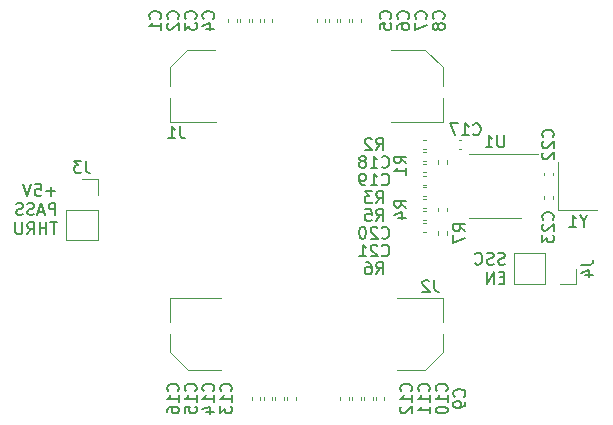
<source format=gbr>
%TF.GenerationSoftware,KiCad,Pcbnew,7.0.2-0*%
%TF.CreationDate,2023-05-25T20:57:36-04:00*%
%TF.ProjectId,szg-c2c-txr4,737a672d-6332-4632-9d74-7872342e6b69,A*%
%TF.SameCoordinates,Original*%
%TF.FileFunction,Legend,Bot*%
%TF.FilePolarity,Positive*%
%FSLAX46Y46*%
G04 Gerber Fmt 4.6, Leading zero omitted, Abs format (unit mm)*
G04 Created by KiCad (PCBNEW 7.0.2-0) date 2023-05-25 20:57:36*
%MOMM*%
%LPD*%
G01*
G04 APERTURE LIST*
%ADD10C,0.150000*%
%ADD11C,0.120000*%
G04 APERTURE END LIST*
D10*
X168809523Y-114105000D02*
X168666666Y-114152619D01*
X168666666Y-114152619D02*
X168428571Y-114152619D01*
X168428571Y-114152619D02*
X168333333Y-114105000D01*
X168333333Y-114105000D02*
X168285714Y-114057380D01*
X168285714Y-114057380D02*
X168238095Y-113962142D01*
X168238095Y-113962142D02*
X168238095Y-113866904D01*
X168238095Y-113866904D02*
X168285714Y-113771666D01*
X168285714Y-113771666D02*
X168333333Y-113724047D01*
X168333333Y-113724047D02*
X168428571Y-113676428D01*
X168428571Y-113676428D02*
X168619047Y-113628809D01*
X168619047Y-113628809D02*
X168714285Y-113581190D01*
X168714285Y-113581190D02*
X168761904Y-113533571D01*
X168761904Y-113533571D02*
X168809523Y-113438333D01*
X168809523Y-113438333D02*
X168809523Y-113343095D01*
X168809523Y-113343095D02*
X168761904Y-113247857D01*
X168761904Y-113247857D02*
X168714285Y-113200238D01*
X168714285Y-113200238D02*
X168619047Y-113152619D01*
X168619047Y-113152619D02*
X168380952Y-113152619D01*
X168380952Y-113152619D02*
X168238095Y-113200238D01*
X167857142Y-114105000D02*
X167714285Y-114152619D01*
X167714285Y-114152619D02*
X167476190Y-114152619D01*
X167476190Y-114152619D02*
X167380952Y-114105000D01*
X167380952Y-114105000D02*
X167333333Y-114057380D01*
X167333333Y-114057380D02*
X167285714Y-113962142D01*
X167285714Y-113962142D02*
X167285714Y-113866904D01*
X167285714Y-113866904D02*
X167333333Y-113771666D01*
X167333333Y-113771666D02*
X167380952Y-113724047D01*
X167380952Y-113724047D02*
X167476190Y-113676428D01*
X167476190Y-113676428D02*
X167666666Y-113628809D01*
X167666666Y-113628809D02*
X167761904Y-113581190D01*
X167761904Y-113581190D02*
X167809523Y-113533571D01*
X167809523Y-113533571D02*
X167857142Y-113438333D01*
X167857142Y-113438333D02*
X167857142Y-113343095D01*
X167857142Y-113343095D02*
X167809523Y-113247857D01*
X167809523Y-113247857D02*
X167761904Y-113200238D01*
X167761904Y-113200238D02*
X167666666Y-113152619D01*
X167666666Y-113152619D02*
X167428571Y-113152619D01*
X167428571Y-113152619D02*
X167285714Y-113200238D01*
X166285714Y-114057380D02*
X166333333Y-114105000D01*
X166333333Y-114105000D02*
X166476190Y-114152619D01*
X166476190Y-114152619D02*
X166571428Y-114152619D01*
X166571428Y-114152619D02*
X166714285Y-114105000D01*
X166714285Y-114105000D02*
X166809523Y-114009761D01*
X166809523Y-114009761D02*
X166857142Y-113914523D01*
X166857142Y-113914523D02*
X166904761Y-113724047D01*
X166904761Y-113724047D02*
X166904761Y-113581190D01*
X166904761Y-113581190D02*
X166857142Y-113390714D01*
X166857142Y-113390714D02*
X166809523Y-113295476D01*
X166809523Y-113295476D02*
X166714285Y-113200238D01*
X166714285Y-113200238D02*
X166571428Y-113152619D01*
X166571428Y-113152619D02*
X166476190Y-113152619D01*
X166476190Y-113152619D02*
X166333333Y-113200238D01*
X166333333Y-113200238D02*
X166285714Y-113247857D01*
X168761904Y-115248809D02*
X168428571Y-115248809D01*
X168285714Y-115772619D02*
X168761904Y-115772619D01*
X168761904Y-115772619D02*
X168761904Y-114772619D01*
X168761904Y-114772619D02*
X168285714Y-114772619D01*
X167857142Y-115772619D02*
X167857142Y-114772619D01*
X167857142Y-114772619D02*
X167285714Y-115772619D01*
X167285714Y-115772619D02*
X167285714Y-114772619D01*
X130761904Y-107961666D02*
X130000000Y-107961666D01*
X130380952Y-108342619D02*
X130380952Y-107580714D01*
X129047619Y-107342619D02*
X129523809Y-107342619D01*
X129523809Y-107342619D02*
X129571428Y-107818809D01*
X129571428Y-107818809D02*
X129523809Y-107771190D01*
X129523809Y-107771190D02*
X129428571Y-107723571D01*
X129428571Y-107723571D02*
X129190476Y-107723571D01*
X129190476Y-107723571D02*
X129095238Y-107771190D01*
X129095238Y-107771190D02*
X129047619Y-107818809D01*
X129047619Y-107818809D02*
X129000000Y-107914047D01*
X129000000Y-107914047D02*
X129000000Y-108152142D01*
X129000000Y-108152142D02*
X129047619Y-108247380D01*
X129047619Y-108247380D02*
X129095238Y-108295000D01*
X129095238Y-108295000D02*
X129190476Y-108342619D01*
X129190476Y-108342619D02*
X129428571Y-108342619D01*
X129428571Y-108342619D02*
X129523809Y-108295000D01*
X129523809Y-108295000D02*
X129571428Y-108247380D01*
X128714285Y-107342619D02*
X128380952Y-108342619D01*
X128380952Y-108342619D02*
X128047619Y-107342619D01*
X130761904Y-109962619D02*
X130761904Y-108962619D01*
X130761904Y-108962619D02*
X130380952Y-108962619D01*
X130380952Y-108962619D02*
X130285714Y-109010238D01*
X130285714Y-109010238D02*
X130238095Y-109057857D01*
X130238095Y-109057857D02*
X130190476Y-109153095D01*
X130190476Y-109153095D02*
X130190476Y-109295952D01*
X130190476Y-109295952D02*
X130238095Y-109391190D01*
X130238095Y-109391190D02*
X130285714Y-109438809D01*
X130285714Y-109438809D02*
X130380952Y-109486428D01*
X130380952Y-109486428D02*
X130761904Y-109486428D01*
X129809523Y-109676904D02*
X129333333Y-109676904D01*
X129904761Y-109962619D02*
X129571428Y-108962619D01*
X129571428Y-108962619D02*
X129238095Y-109962619D01*
X128952380Y-109915000D02*
X128809523Y-109962619D01*
X128809523Y-109962619D02*
X128571428Y-109962619D01*
X128571428Y-109962619D02*
X128476190Y-109915000D01*
X128476190Y-109915000D02*
X128428571Y-109867380D01*
X128428571Y-109867380D02*
X128380952Y-109772142D01*
X128380952Y-109772142D02*
X128380952Y-109676904D01*
X128380952Y-109676904D02*
X128428571Y-109581666D01*
X128428571Y-109581666D02*
X128476190Y-109534047D01*
X128476190Y-109534047D02*
X128571428Y-109486428D01*
X128571428Y-109486428D02*
X128761904Y-109438809D01*
X128761904Y-109438809D02*
X128857142Y-109391190D01*
X128857142Y-109391190D02*
X128904761Y-109343571D01*
X128904761Y-109343571D02*
X128952380Y-109248333D01*
X128952380Y-109248333D02*
X128952380Y-109153095D01*
X128952380Y-109153095D02*
X128904761Y-109057857D01*
X128904761Y-109057857D02*
X128857142Y-109010238D01*
X128857142Y-109010238D02*
X128761904Y-108962619D01*
X128761904Y-108962619D02*
X128523809Y-108962619D01*
X128523809Y-108962619D02*
X128380952Y-109010238D01*
X127999999Y-109915000D02*
X127857142Y-109962619D01*
X127857142Y-109962619D02*
X127619047Y-109962619D01*
X127619047Y-109962619D02*
X127523809Y-109915000D01*
X127523809Y-109915000D02*
X127476190Y-109867380D01*
X127476190Y-109867380D02*
X127428571Y-109772142D01*
X127428571Y-109772142D02*
X127428571Y-109676904D01*
X127428571Y-109676904D02*
X127476190Y-109581666D01*
X127476190Y-109581666D02*
X127523809Y-109534047D01*
X127523809Y-109534047D02*
X127619047Y-109486428D01*
X127619047Y-109486428D02*
X127809523Y-109438809D01*
X127809523Y-109438809D02*
X127904761Y-109391190D01*
X127904761Y-109391190D02*
X127952380Y-109343571D01*
X127952380Y-109343571D02*
X127999999Y-109248333D01*
X127999999Y-109248333D02*
X127999999Y-109153095D01*
X127999999Y-109153095D02*
X127952380Y-109057857D01*
X127952380Y-109057857D02*
X127904761Y-109010238D01*
X127904761Y-109010238D02*
X127809523Y-108962619D01*
X127809523Y-108962619D02*
X127571428Y-108962619D01*
X127571428Y-108962619D02*
X127428571Y-109010238D01*
X130904761Y-110582619D02*
X130333333Y-110582619D01*
X130619047Y-111582619D02*
X130619047Y-110582619D01*
X129999999Y-111582619D02*
X129999999Y-110582619D01*
X129999999Y-111058809D02*
X129428571Y-111058809D01*
X129428571Y-111582619D02*
X129428571Y-110582619D01*
X128380952Y-111582619D02*
X128714285Y-111106428D01*
X128952380Y-111582619D02*
X128952380Y-110582619D01*
X128952380Y-110582619D02*
X128571428Y-110582619D01*
X128571428Y-110582619D02*
X128476190Y-110630238D01*
X128476190Y-110630238D02*
X128428571Y-110677857D01*
X128428571Y-110677857D02*
X128380952Y-110773095D01*
X128380952Y-110773095D02*
X128380952Y-110915952D01*
X128380952Y-110915952D02*
X128428571Y-111011190D01*
X128428571Y-111011190D02*
X128476190Y-111058809D01*
X128476190Y-111058809D02*
X128571428Y-111106428D01*
X128571428Y-111106428D02*
X128952380Y-111106428D01*
X127952380Y-110582619D02*
X127952380Y-111392142D01*
X127952380Y-111392142D02*
X127904761Y-111487380D01*
X127904761Y-111487380D02*
X127857142Y-111535000D01*
X127857142Y-111535000D02*
X127761904Y-111582619D01*
X127761904Y-111582619D02*
X127571428Y-111582619D01*
X127571428Y-111582619D02*
X127476190Y-111535000D01*
X127476190Y-111535000D02*
X127428571Y-111487380D01*
X127428571Y-111487380D02*
X127380952Y-111392142D01*
X127380952Y-111392142D02*
X127380952Y-110582619D01*
%TO.C,J4*%
X175292619Y-114166666D02*
X176006904Y-114166666D01*
X176006904Y-114166666D02*
X176149761Y-114119047D01*
X176149761Y-114119047D02*
X176245000Y-114023809D01*
X176245000Y-114023809D02*
X176292619Y-113880952D01*
X176292619Y-113880952D02*
X176292619Y-113785714D01*
X175625952Y-115071428D02*
X176292619Y-115071428D01*
X175245000Y-114833333D02*
X175959285Y-114595238D01*
X175959285Y-114595238D02*
X175959285Y-115214285D01*
%TO.C,C2*%
X141117380Y-93333333D02*
X141165000Y-93285714D01*
X141165000Y-93285714D02*
X141212619Y-93142857D01*
X141212619Y-93142857D02*
X141212619Y-93047619D01*
X141212619Y-93047619D02*
X141165000Y-92904762D01*
X141165000Y-92904762D02*
X141069761Y-92809524D01*
X141069761Y-92809524D02*
X140974523Y-92761905D01*
X140974523Y-92761905D02*
X140784047Y-92714286D01*
X140784047Y-92714286D02*
X140641190Y-92714286D01*
X140641190Y-92714286D02*
X140450714Y-92761905D01*
X140450714Y-92761905D02*
X140355476Y-92809524D01*
X140355476Y-92809524D02*
X140260238Y-92904762D01*
X140260238Y-92904762D02*
X140212619Y-93047619D01*
X140212619Y-93047619D02*
X140212619Y-93142857D01*
X140212619Y-93142857D02*
X140260238Y-93285714D01*
X140260238Y-93285714D02*
X140307857Y-93333333D01*
X140307857Y-93714286D02*
X140260238Y-93761905D01*
X140260238Y-93761905D02*
X140212619Y-93857143D01*
X140212619Y-93857143D02*
X140212619Y-94095238D01*
X140212619Y-94095238D02*
X140260238Y-94190476D01*
X140260238Y-94190476D02*
X140307857Y-94238095D01*
X140307857Y-94238095D02*
X140403095Y-94285714D01*
X140403095Y-94285714D02*
X140498333Y-94285714D01*
X140498333Y-94285714D02*
X140641190Y-94238095D01*
X140641190Y-94238095D02*
X141212619Y-93666667D01*
X141212619Y-93666667D02*
X141212619Y-94285714D01*
%TO.C,C20*%
X158392857Y-111867380D02*
X158440476Y-111915000D01*
X158440476Y-111915000D02*
X158583333Y-111962619D01*
X158583333Y-111962619D02*
X158678571Y-111962619D01*
X158678571Y-111962619D02*
X158821428Y-111915000D01*
X158821428Y-111915000D02*
X158916666Y-111819761D01*
X158916666Y-111819761D02*
X158964285Y-111724523D01*
X158964285Y-111724523D02*
X159011904Y-111534047D01*
X159011904Y-111534047D02*
X159011904Y-111391190D01*
X159011904Y-111391190D02*
X158964285Y-111200714D01*
X158964285Y-111200714D02*
X158916666Y-111105476D01*
X158916666Y-111105476D02*
X158821428Y-111010238D01*
X158821428Y-111010238D02*
X158678571Y-110962619D01*
X158678571Y-110962619D02*
X158583333Y-110962619D01*
X158583333Y-110962619D02*
X158440476Y-111010238D01*
X158440476Y-111010238D02*
X158392857Y-111057857D01*
X158011904Y-111057857D02*
X157964285Y-111010238D01*
X157964285Y-111010238D02*
X157869047Y-110962619D01*
X157869047Y-110962619D02*
X157630952Y-110962619D01*
X157630952Y-110962619D02*
X157535714Y-111010238D01*
X157535714Y-111010238D02*
X157488095Y-111057857D01*
X157488095Y-111057857D02*
X157440476Y-111153095D01*
X157440476Y-111153095D02*
X157440476Y-111248333D01*
X157440476Y-111248333D02*
X157488095Y-111391190D01*
X157488095Y-111391190D02*
X158059523Y-111962619D01*
X158059523Y-111962619D02*
X157440476Y-111962619D01*
X156821428Y-110962619D02*
X156726190Y-110962619D01*
X156726190Y-110962619D02*
X156630952Y-111010238D01*
X156630952Y-111010238D02*
X156583333Y-111057857D01*
X156583333Y-111057857D02*
X156535714Y-111153095D01*
X156535714Y-111153095D02*
X156488095Y-111343571D01*
X156488095Y-111343571D02*
X156488095Y-111581666D01*
X156488095Y-111581666D02*
X156535714Y-111772142D01*
X156535714Y-111772142D02*
X156583333Y-111867380D01*
X156583333Y-111867380D02*
X156630952Y-111915000D01*
X156630952Y-111915000D02*
X156726190Y-111962619D01*
X156726190Y-111962619D02*
X156821428Y-111962619D01*
X156821428Y-111962619D02*
X156916666Y-111915000D01*
X156916666Y-111915000D02*
X156964285Y-111867380D01*
X156964285Y-111867380D02*
X157011904Y-111772142D01*
X157011904Y-111772142D02*
X157059523Y-111581666D01*
X157059523Y-111581666D02*
X157059523Y-111343571D01*
X157059523Y-111343571D02*
X157011904Y-111153095D01*
X157011904Y-111153095D02*
X156964285Y-111057857D01*
X156964285Y-111057857D02*
X156916666Y-111010238D01*
X156916666Y-111010238D02*
X156821428Y-110962619D01*
%TO.C,R6*%
X157916666Y-114962619D02*
X158249999Y-114486428D01*
X158488094Y-114962619D02*
X158488094Y-113962619D01*
X158488094Y-113962619D02*
X158107142Y-113962619D01*
X158107142Y-113962619D02*
X158011904Y-114010238D01*
X158011904Y-114010238D02*
X157964285Y-114057857D01*
X157964285Y-114057857D02*
X157916666Y-114153095D01*
X157916666Y-114153095D02*
X157916666Y-114295952D01*
X157916666Y-114295952D02*
X157964285Y-114391190D01*
X157964285Y-114391190D02*
X158011904Y-114438809D01*
X158011904Y-114438809D02*
X158107142Y-114486428D01*
X158107142Y-114486428D02*
X158488094Y-114486428D01*
X157059523Y-113962619D02*
X157249999Y-113962619D01*
X157249999Y-113962619D02*
X157345237Y-114010238D01*
X157345237Y-114010238D02*
X157392856Y-114057857D01*
X157392856Y-114057857D02*
X157488094Y-114200714D01*
X157488094Y-114200714D02*
X157535713Y-114391190D01*
X157535713Y-114391190D02*
X157535713Y-114772142D01*
X157535713Y-114772142D02*
X157488094Y-114867380D01*
X157488094Y-114867380D02*
X157440475Y-114915000D01*
X157440475Y-114915000D02*
X157345237Y-114962619D01*
X157345237Y-114962619D02*
X157154761Y-114962619D01*
X157154761Y-114962619D02*
X157059523Y-114915000D01*
X157059523Y-114915000D02*
X157011904Y-114867380D01*
X157011904Y-114867380D02*
X156964285Y-114772142D01*
X156964285Y-114772142D02*
X156964285Y-114534047D01*
X156964285Y-114534047D02*
X157011904Y-114438809D01*
X157011904Y-114438809D02*
X157059523Y-114391190D01*
X157059523Y-114391190D02*
X157154761Y-114343571D01*
X157154761Y-114343571D02*
X157345237Y-114343571D01*
X157345237Y-114343571D02*
X157440475Y-114391190D01*
X157440475Y-114391190D02*
X157488094Y-114438809D01*
X157488094Y-114438809D02*
X157535713Y-114534047D01*
%TO.C,C17*%
X166142857Y-103117380D02*
X166190476Y-103165000D01*
X166190476Y-103165000D02*
X166333333Y-103212619D01*
X166333333Y-103212619D02*
X166428571Y-103212619D01*
X166428571Y-103212619D02*
X166571428Y-103165000D01*
X166571428Y-103165000D02*
X166666666Y-103069761D01*
X166666666Y-103069761D02*
X166714285Y-102974523D01*
X166714285Y-102974523D02*
X166761904Y-102784047D01*
X166761904Y-102784047D02*
X166761904Y-102641190D01*
X166761904Y-102641190D02*
X166714285Y-102450714D01*
X166714285Y-102450714D02*
X166666666Y-102355476D01*
X166666666Y-102355476D02*
X166571428Y-102260238D01*
X166571428Y-102260238D02*
X166428571Y-102212619D01*
X166428571Y-102212619D02*
X166333333Y-102212619D01*
X166333333Y-102212619D02*
X166190476Y-102260238D01*
X166190476Y-102260238D02*
X166142857Y-102307857D01*
X165190476Y-103212619D02*
X165761904Y-103212619D01*
X165476190Y-103212619D02*
X165476190Y-102212619D01*
X165476190Y-102212619D02*
X165571428Y-102355476D01*
X165571428Y-102355476D02*
X165666666Y-102450714D01*
X165666666Y-102450714D02*
X165761904Y-102498333D01*
X164857142Y-102212619D02*
X164190476Y-102212619D01*
X164190476Y-102212619D02*
X164619047Y-103212619D01*
%TO.C,C9*%
X165367380Y-125333333D02*
X165415000Y-125285714D01*
X165415000Y-125285714D02*
X165462619Y-125142857D01*
X165462619Y-125142857D02*
X165462619Y-125047619D01*
X165462619Y-125047619D02*
X165415000Y-124904762D01*
X165415000Y-124904762D02*
X165319761Y-124809524D01*
X165319761Y-124809524D02*
X165224523Y-124761905D01*
X165224523Y-124761905D02*
X165034047Y-124714286D01*
X165034047Y-124714286D02*
X164891190Y-124714286D01*
X164891190Y-124714286D02*
X164700714Y-124761905D01*
X164700714Y-124761905D02*
X164605476Y-124809524D01*
X164605476Y-124809524D02*
X164510238Y-124904762D01*
X164510238Y-124904762D02*
X164462619Y-125047619D01*
X164462619Y-125047619D02*
X164462619Y-125142857D01*
X164462619Y-125142857D02*
X164510238Y-125285714D01*
X164510238Y-125285714D02*
X164557857Y-125333333D01*
X165462619Y-125809524D02*
X165462619Y-126000000D01*
X165462619Y-126000000D02*
X165415000Y-126095238D01*
X165415000Y-126095238D02*
X165367380Y-126142857D01*
X165367380Y-126142857D02*
X165224523Y-126238095D01*
X165224523Y-126238095D02*
X165034047Y-126285714D01*
X165034047Y-126285714D02*
X164653095Y-126285714D01*
X164653095Y-126285714D02*
X164557857Y-126238095D01*
X164557857Y-126238095D02*
X164510238Y-126190476D01*
X164510238Y-126190476D02*
X164462619Y-126095238D01*
X164462619Y-126095238D02*
X164462619Y-125904762D01*
X164462619Y-125904762D02*
X164510238Y-125809524D01*
X164510238Y-125809524D02*
X164557857Y-125761905D01*
X164557857Y-125761905D02*
X164653095Y-125714286D01*
X164653095Y-125714286D02*
X164891190Y-125714286D01*
X164891190Y-125714286D02*
X164986428Y-125761905D01*
X164986428Y-125761905D02*
X165034047Y-125809524D01*
X165034047Y-125809524D02*
X165081666Y-125904762D01*
X165081666Y-125904762D02*
X165081666Y-126095238D01*
X165081666Y-126095238D02*
X165034047Y-126190476D01*
X165034047Y-126190476D02*
X164986428Y-126238095D01*
X164986428Y-126238095D02*
X164891190Y-126285714D01*
%TO.C,R3*%
X157916666Y-108962619D02*
X158249999Y-108486428D01*
X158488094Y-108962619D02*
X158488094Y-107962619D01*
X158488094Y-107962619D02*
X158107142Y-107962619D01*
X158107142Y-107962619D02*
X158011904Y-108010238D01*
X158011904Y-108010238D02*
X157964285Y-108057857D01*
X157964285Y-108057857D02*
X157916666Y-108153095D01*
X157916666Y-108153095D02*
X157916666Y-108295952D01*
X157916666Y-108295952D02*
X157964285Y-108391190D01*
X157964285Y-108391190D02*
X158011904Y-108438809D01*
X158011904Y-108438809D02*
X158107142Y-108486428D01*
X158107142Y-108486428D02*
X158488094Y-108486428D01*
X157583332Y-107962619D02*
X156964285Y-107962619D01*
X156964285Y-107962619D02*
X157297618Y-108343571D01*
X157297618Y-108343571D02*
X157154761Y-108343571D01*
X157154761Y-108343571D02*
X157059523Y-108391190D01*
X157059523Y-108391190D02*
X157011904Y-108438809D01*
X157011904Y-108438809D02*
X156964285Y-108534047D01*
X156964285Y-108534047D02*
X156964285Y-108772142D01*
X156964285Y-108772142D02*
X157011904Y-108867380D01*
X157011904Y-108867380D02*
X157059523Y-108915000D01*
X157059523Y-108915000D02*
X157154761Y-108962619D01*
X157154761Y-108962619D02*
X157440475Y-108962619D01*
X157440475Y-108962619D02*
X157535713Y-108915000D01*
X157535713Y-108915000D02*
X157583332Y-108867380D01*
%TO.C,C5*%
X159117380Y-93333333D02*
X159165000Y-93285714D01*
X159165000Y-93285714D02*
X159212619Y-93142857D01*
X159212619Y-93142857D02*
X159212619Y-93047619D01*
X159212619Y-93047619D02*
X159165000Y-92904762D01*
X159165000Y-92904762D02*
X159069761Y-92809524D01*
X159069761Y-92809524D02*
X158974523Y-92761905D01*
X158974523Y-92761905D02*
X158784047Y-92714286D01*
X158784047Y-92714286D02*
X158641190Y-92714286D01*
X158641190Y-92714286D02*
X158450714Y-92761905D01*
X158450714Y-92761905D02*
X158355476Y-92809524D01*
X158355476Y-92809524D02*
X158260238Y-92904762D01*
X158260238Y-92904762D02*
X158212619Y-93047619D01*
X158212619Y-93047619D02*
X158212619Y-93142857D01*
X158212619Y-93142857D02*
X158260238Y-93285714D01*
X158260238Y-93285714D02*
X158307857Y-93333333D01*
X158212619Y-94238095D02*
X158212619Y-93761905D01*
X158212619Y-93761905D02*
X158688809Y-93714286D01*
X158688809Y-93714286D02*
X158641190Y-93761905D01*
X158641190Y-93761905D02*
X158593571Y-93857143D01*
X158593571Y-93857143D02*
X158593571Y-94095238D01*
X158593571Y-94095238D02*
X158641190Y-94190476D01*
X158641190Y-94190476D02*
X158688809Y-94238095D01*
X158688809Y-94238095D02*
X158784047Y-94285714D01*
X158784047Y-94285714D02*
X159022142Y-94285714D01*
X159022142Y-94285714D02*
X159117380Y-94238095D01*
X159117380Y-94238095D02*
X159165000Y-94190476D01*
X159165000Y-94190476D02*
X159212619Y-94095238D01*
X159212619Y-94095238D02*
X159212619Y-93857143D01*
X159212619Y-93857143D02*
X159165000Y-93761905D01*
X159165000Y-93761905D02*
X159117380Y-93714286D01*
%TO.C,C1*%
X139617380Y-93333333D02*
X139665000Y-93285714D01*
X139665000Y-93285714D02*
X139712619Y-93142857D01*
X139712619Y-93142857D02*
X139712619Y-93047619D01*
X139712619Y-93047619D02*
X139665000Y-92904762D01*
X139665000Y-92904762D02*
X139569761Y-92809524D01*
X139569761Y-92809524D02*
X139474523Y-92761905D01*
X139474523Y-92761905D02*
X139284047Y-92714286D01*
X139284047Y-92714286D02*
X139141190Y-92714286D01*
X139141190Y-92714286D02*
X138950714Y-92761905D01*
X138950714Y-92761905D02*
X138855476Y-92809524D01*
X138855476Y-92809524D02*
X138760238Y-92904762D01*
X138760238Y-92904762D02*
X138712619Y-93047619D01*
X138712619Y-93047619D02*
X138712619Y-93142857D01*
X138712619Y-93142857D02*
X138760238Y-93285714D01*
X138760238Y-93285714D02*
X138807857Y-93333333D01*
X139712619Y-94285714D02*
X139712619Y-93714286D01*
X139712619Y-94000000D02*
X138712619Y-94000000D01*
X138712619Y-94000000D02*
X138855476Y-93904762D01*
X138855476Y-93904762D02*
X138950714Y-93809524D01*
X138950714Y-93809524D02*
X138998333Y-93714286D01*
%TO.C,C8*%
X163617380Y-93333333D02*
X163665000Y-93285714D01*
X163665000Y-93285714D02*
X163712619Y-93142857D01*
X163712619Y-93142857D02*
X163712619Y-93047619D01*
X163712619Y-93047619D02*
X163665000Y-92904762D01*
X163665000Y-92904762D02*
X163569761Y-92809524D01*
X163569761Y-92809524D02*
X163474523Y-92761905D01*
X163474523Y-92761905D02*
X163284047Y-92714286D01*
X163284047Y-92714286D02*
X163141190Y-92714286D01*
X163141190Y-92714286D02*
X162950714Y-92761905D01*
X162950714Y-92761905D02*
X162855476Y-92809524D01*
X162855476Y-92809524D02*
X162760238Y-92904762D01*
X162760238Y-92904762D02*
X162712619Y-93047619D01*
X162712619Y-93047619D02*
X162712619Y-93142857D01*
X162712619Y-93142857D02*
X162760238Y-93285714D01*
X162760238Y-93285714D02*
X162807857Y-93333333D01*
X163141190Y-93904762D02*
X163093571Y-93809524D01*
X163093571Y-93809524D02*
X163045952Y-93761905D01*
X163045952Y-93761905D02*
X162950714Y-93714286D01*
X162950714Y-93714286D02*
X162903095Y-93714286D01*
X162903095Y-93714286D02*
X162807857Y-93761905D01*
X162807857Y-93761905D02*
X162760238Y-93809524D01*
X162760238Y-93809524D02*
X162712619Y-93904762D01*
X162712619Y-93904762D02*
X162712619Y-94095238D01*
X162712619Y-94095238D02*
X162760238Y-94190476D01*
X162760238Y-94190476D02*
X162807857Y-94238095D01*
X162807857Y-94238095D02*
X162903095Y-94285714D01*
X162903095Y-94285714D02*
X162950714Y-94285714D01*
X162950714Y-94285714D02*
X163045952Y-94238095D01*
X163045952Y-94238095D02*
X163093571Y-94190476D01*
X163093571Y-94190476D02*
X163141190Y-94095238D01*
X163141190Y-94095238D02*
X163141190Y-93904762D01*
X163141190Y-93904762D02*
X163188809Y-93809524D01*
X163188809Y-93809524D02*
X163236428Y-93761905D01*
X163236428Y-93761905D02*
X163331666Y-93714286D01*
X163331666Y-93714286D02*
X163522142Y-93714286D01*
X163522142Y-93714286D02*
X163617380Y-93761905D01*
X163617380Y-93761905D02*
X163665000Y-93809524D01*
X163665000Y-93809524D02*
X163712619Y-93904762D01*
X163712619Y-93904762D02*
X163712619Y-94095238D01*
X163712619Y-94095238D02*
X163665000Y-94190476D01*
X163665000Y-94190476D02*
X163617380Y-94238095D01*
X163617380Y-94238095D02*
X163522142Y-94285714D01*
X163522142Y-94285714D02*
X163331666Y-94285714D01*
X163331666Y-94285714D02*
X163236428Y-94238095D01*
X163236428Y-94238095D02*
X163188809Y-94190476D01*
X163188809Y-94190476D02*
X163141190Y-94095238D01*
%TO.C,U1*%
X168761904Y-103212619D02*
X168761904Y-104022142D01*
X168761904Y-104022142D02*
X168714285Y-104117380D01*
X168714285Y-104117380D02*
X168666666Y-104165000D01*
X168666666Y-104165000D02*
X168571428Y-104212619D01*
X168571428Y-104212619D02*
X168380952Y-104212619D01*
X168380952Y-104212619D02*
X168285714Y-104165000D01*
X168285714Y-104165000D02*
X168238095Y-104117380D01*
X168238095Y-104117380D02*
X168190476Y-104022142D01*
X168190476Y-104022142D02*
X168190476Y-103212619D01*
X167190476Y-104212619D02*
X167761904Y-104212619D01*
X167476190Y-104212619D02*
X167476190Y-103212619D01*
X167476190Y-103212619D02*
X167571428Y-103355476D01*
X167571428Y-103355476D02*
X167666666Y-103450714D01*
X167666666Y-103450714D02*
X167761904Y-103498333D01*
%TO.C,C10*%
X163867380Y-124857142D02*
X163915000Y-124809523D01*
X163915000Y-124809523D02*
X163962619Y-124666666D01*
X163962619Y-124666666D02*
X163962619Y-124571428D01*
X163962619Y-124571428D02*
X163915000Y-124428571D01*
X163915000Y-124428571D02*
X163819761Y-124333333D01*
X163819761Y-124333333D02*
X163724523Y-124285714D01*
X163724523Y-124285714D02*
X163534047Y-124238095D01*
X163534047Y-124238095D02*
X163391190Y-124238095D01*
X163391190Y-124238095D02*
X163200714Y-124285714D01*
X163200714Y-124285714D02*
X163105476Y-124333333D01*
X163105476Y-124333333D02*
X163010238Y-124428571D01*
X163010238Y-124428571D02*
X162962619Y-124571428D01*
X162962619Y-124571428D02*
X162962619Y-124666666D01*
X162962619Y-124666666D02*
X163010238Y-124809523D01*
X163010238Y-124809523D02*
X163057857Y-124857142D01*
X163962619Y-125809523D02*
X163962619Y-125238095D01*
X163962619Y-125523809D02*
X162962619Y-125523809D01*
X162962619Y-125523809D02*
X163105476Y-125428571D01*
X163105476Y-125428571D02*
X163200714Y-125333333D01*
X163200714Y-125333333D02*
X163248333Y-125238095D01*
X162962619Y-126428571D02*
X162962619Y-126523809D01*
X162962619Y-126523809D02*
X163010238Y-126619047D01*
X163010238Y-126619047D02*
X163057857Y-126666666D01*
X163057857Y-126666666D02*
X163153095Y-126714285D01*
X163153095Y-126714285D02*
X163343571Y-126761904D01*
X163343571Y-126761904D02*
X163581666Y-126761904D01*
X163581666Y-126761904D02*
X163772142Y-126714285D01*
X163772142Y-126714285D02*
X163867380Y-126666666D01*
X163867380Y-126666666D02*
X163915000Y-126619047D01*
X163915000Y-126619047D02*
X163962619Y-126523809D01*
X163962619Y-126523809D02*
X163962619Y-126428571D01*
X163962619Y-126428571D02*
X163915000Y-126333333D01*
X163915000Y-126333333D02*
X163867380Y-126285714D01*
X163867380Y-126285714D02*
X163772142Y-126238095D01*
X163772142Y-126238095D02*
X163581666Y-126190476D01*
X163581666Y-126190476D02*
X163343571Y-126190476D01*
X163343571Y-126190476D02*
X163153095Y-126238095D01*
X163153095Y-126238095D02*
X163057857Y-126285714D01*
X163057857Y-126285714D02*
X163010238Y-126333333D01*
X163010238Y-126333333D02*
X162962619Y-126428571D01*
%TO.C,C19*%
X158392857Y-107367380D02*
X158440476Y-107415000D01*
X158440476Y-107415000D02*
X158583333Y-107462619D01*
X158583333Y-107462619D02*
X158678571Y-107462619D01*
X158678571Y-107462619D02*
X158821428Y-107415000D01*
X158821428Y-107415000D02*
X158916666Y-107319761D01*
X158916666Y-107319761D02*
X158964285Y-107224523D01*
X158964285Y-107224523D02*
X159011904Y-107034047D01*
X159011904Y-107034047D02*
X159011904Y-106891190D01*
X159011904Y-106891190D02*
X158964285Y-106700714D01*
X158964285Y-106700714D02*
X158916666Y-106605476D01*
X158916666Y-106605476D02*
X158821428Y-106510238D01*
X158821428Y-106510238D02*
X158678571Y-106462619D01*
X158678571Y-106462619D02*
X158583333Y-106462619D01*
X158583333Y-106462619D02*
X158440476Y-106510238D01*
X158440476Y-106510238D02*
X158392857Y-106557857D01*
X157440476Y-107462619D02*
X158011904Y-107462619D01*
X157726190Y-107462619D02*
X157726190Y-106462619D01*
X157726190Y-106462619D02*
X157821428Y-106605476D01*
X157821428Y-106605476D02*
X157916666Y-106700714D01*
X157916666Y-106700714D02*
X158011904Y-106748333D01*
X156964285Y-107462619D02*
X156773809Y-107462619D01*
X156773809Y-107462619D02*
X156678571Y-107415000D01*
X156678571Y-107415000D02*
X156630952Y-107367380D01*
X156630952Y-107367380D02*
X156535714Y-107224523D01*
X156535714Y-107224523D02*
X156488095Y-107034047D01*
X156488095Y-107034047D02*
X156488095Y-106653095D01*
X156488095Y-106653095D02*
X156535714Y-106557857D01*
X156535714Y-106557857D02*
X156583333Y-106510238D01*
X156583333Y-106510238D02*
X156678571Y-106462619D01*
X156678571Y-106462619D02*
X156869047Y-106462619D01*
X156869047Y-106462619D02*
X156964285Y-106510238D01*
X156964285Y-106510238D02*
X157011904Y-106557857D01*
X157011904Y-106557857D02*
X157059523Y-106653095D01*
X157059523Y-106653095D02*
X157059523Y-106891190D01*
X157059523Y-106891190D02*
X157011904Y-106986428D01*
X157011904Y-106986428D02*
X156964285Y-107034047D01*
X156964285Y-107034047D02*
X156869047Y-107081666D01*
X156869047Y-107081666D02*
X156678571Y-107081666D01*
X156678571Y-107081666D02*
X156583333Y-107034047D01*
X156583333Y-107034047D02*
X156535714Y-106986428D01*
X156535714Y-106986428D02*
X156488095Y-106891190D01*
%TO.C,C12*%
X160867380Y-124857142D02*
X160915000Y-124809523D01*
X160915000Y-124809523D02*
X160962619Y-124666666D01*
X160962619Y-124666666D02*
X160962619Y-124571428D01*
X160962619Y-124571428D02*
X160915000Y-124428571D01*
X160915000Y-124428571D02*
X160819761Y-124333333D01*
X160819761Y-124333333D02*
X160724523Y-124285714D01*
X160724523Y-124285714D02*
X160534047Y-124238095D01*
X160534047Y-124238095D02*
X160391190Y-124238095D01*
X160391190Y-124238095D02*
X160200714Y-124285714D01*
X160200714Y-124285714D02*
X160105476Y-124333333D01*
X160105476Y-124333333D02*
X160010238Y-124428571D01*
X160010238Y-124428571D02*
X159962619Y-124571428D01*
X159962619Y-124571428D02*
X159962619Y-124666666D01*
X159962619Y-124666666D02*
X160010238Y-124809523D01*
X160010238Y-124809523D02*
X160057857Y-124857142D01*
X160962619Y-125809523D02*
X160962619Y-125238095D01*
X160962619Y-125523809D02*
X159962619Y-125523809D01*
X159962619Y-125523809D02*
X160105476Y-125428571D01*
X160105476Y-125428571D02*
X160200714Y-125333333D01*
X160200714Y-125333333D02*
X160248333Y-125238095D01*
X160057857Y-126190476D02*
X160010238Y-126238095D01*
X160010238Y-126238095D02*
X159962619Y-126333333D01*
X159962619Y-126333333D02*
X159962619Y-126571428D01*
X159962619Y-126571428D02*
X160010238Y-126666666D01*
X160010238Y-126666666D02*
X160057857Y-126714285D01*
X160057857Y-126714285D02*
X160153095Y-126761904D01*
X160153095Y-126761904D02*
X160248333Y-126761904D01*
X160248333Y-126761904D02*
X160391190Y-126714285D01*
X160391190Y-126714285D02*
X160962619Y-126142857D01*
X160962619Y-126142857D02*
X160962619Y-126761904D01*
%TO.C,C14*%
X144117380Y-124857142D02*
X144165000Y-124809523D01*
X144165000Y-124809523D02*
X144212619Y-124666666D01*
X144212619Y-124666666D02*
X144212619Y-124571428D01*
X144212619Y-124571428D02*
X144165000Y-124428571D01*
X144165000Y-124428571D02*
X144069761Y-124333333D01*
X144069761Y-124333333D02*
X143974523Y-124285714D01*
X143974523Y-124285714D02*
X143784047Y-124238095D01*
X143784047Y-124238095D02*
X143641190Y-124238095D01*
X143641190Y-124238095D02*
X143450714Y-124285714D01*
X143450714Y-124285714D02*
X143355476Y-124333333D01*
X143355476Y-124333333D02*
X143260238Y-124428571D01*
X143260238Y-124428571D02*
X143212619Y-124571428D01*
X143212619Y-124571428D02*
X143212619Y-124666666D01*
X143212619Y-124666666D02*
X143260238Y-124809523D01*
X143260238Y-124809523D02*
X143307857Y-124857142D01*
X144212619Y-125809523D02*
X144212619Y-125238095D01*
X144212619Y-125523809D02*
X143212619Y-125523809D01*
X143212619Y-125523809D02*
X143355476Y-125428571D01*
X143355476Y-125428571D02*
X143450714Y-125333333D01*
X143450714Y-125333333D02*
X143498333Y-125238095D01*
X143545952Y-126666666D02*
X144212619Y-126666666D01*
X143165000Y-126428571D02*
X143879285Y-126190476D01*
X143879285Y-126190476D02*
X143879285Y-126809523D01*
%TO.C,J1*%
X141333333Y-102462619D02*
X141333333Y-103176904D01*
X141333333Y-103176904D02*
X141380952Y-103319761D01*
X141380952Y-103319761D02*
X141476190Y-103415000D01*
X141476190Y-103415000D02*
X141619047Y-103462619D01*
X141619047Y-103462619D02*
X141714285Y-103462619D01*
X140333333Y-103462619D02*
X140904761Y-103462619D01*
X140619047Y-103462619D02*
X140619047Y-102462619D01*
X140619047Y-102462619D02*
X140714285Y-102605476D01*
X140714285Y-102605476D02*
X140809523Y-102700714D01*
X140809523Y-102700714D02*
X140904761Y-102748333D01*
%TO.C,C23*%
X172867380Y-110357142D02*
X172915000Y-110309523D01*
X172915000Y-110309523D02*
X172962619Y-110166666D01*
X172962619Y-110166666D02*
X172962619Y-110071428D01*
X172962619Y-110071428D02*
X172915000Y-109928571D01*
X172915000Y-109928571D02*
X172819761Y-109833333D01*
X172819761Y-109833333D02*
X172724523Y-109785714D01*
X172724523Y-109785714D02*
X172534047Y-109738095D01*
X172534047Y-109738095D02*
X172391190Y-109738095D01*
X172391190Y-109738095D02*
X172200714Y-109785714D01*
X172200714Y-109785714D02*
X172105476Y-109833333D01*
X172105476Y-109833333D02*
X172010238Y-109928571D01*
X172010238Y-109928571D02*
X171962619Y-110071428D01*
X171962619Y-110071428D02*
X171962619Y-110166666D01*
X171962619Y-110166666D02*
X172010238Y-110309523D01*
X172010238Y-110309523D02*
X172057857Y-110357142D01*
X172057857Y-110738095D02*
X172010238Y-110785714D01*
X172010238Y-110785714D02*
X171962619Y-110880952D01*
X171962619Y-110880952D02*
X171962619Y-111119047D01*
X171962619Y-111119047D02*
X172010238Y-111214285D01*
X172010238Y-111214285D02*
X172057857Y-111261904D01*
X172057857Y-111261904D02*
X172153095Y-111309523D01*
X172153095Y-111309523D02*
X172248333Y-111309523D01*
X172248333Y-111309523D02*
X172391190Y-111261904D01*
X172391190Y-111261904D02*
X172962619Y-110690476D01*
X172962619Y-110690476D02*
X172962619Y-111309523D01*
X171962619Y-111642857D02*
X171962619Y-112261904D01*
X171962619Y-112261904D02*
X172343571Y-111928571D01*
X172343571Y-111928571D02*
X172343571Y-112071428D01*
X172343571Y-112071428D02*
X172391190Y-112166666D01*
X172391190Y-112166666D02*
X172438809Y-112214285D01*
X172438809Y-112214285D02*
X172534047Y-112261904D01*
X172534047Y-112261904D02*
X172772142Y-112261904D01*
X172772142Y-112261904D02*
X172867380Y-112214285D01*
X172867380Y-112214285D02*
X172915000Y-112166666D01*
X172915000Y-112166666D02*
X172962619Y-112071428D01*
X172962619Y-112071428D02*
X172962619Y-111785714D01*
X172962619Y-111785714D02*
X172915000Y-111690476D01*
X172915000Y-111690476D02*
X172867380Y-111642857D01*
%TO.C,C7*%
X162117380Y-93333333D02*
X162165000Y-93285714D01*
X162165000Y-93285714D02*
X162212619Y-93142857D01*
X162212619Y-93142857D02*
X162212619Y-93047619D01*
X162212619Y-93047619D02*
X162165000Y-92904762D01*
X162165000Y-92904762D02*
X162069761Y-92809524D01*
X162069761Y-92809524D02*
X161974523Y-92761905D01*
X161974523Y-92761905D02*
X161784047Y-92714286D01*
X161784047Y-92714286D02*
X161641190Y-92714286D01*
X161641190Y-92714286D02*
X161450714Y-92761905D01*
X161450714Y-92761905D02*
X161355476Y-92809524D01*
X161355476Y-92809524D02*
X161260238Y-92904762D01*
X161260238Y-92904762D02*
X161212619Y-93047619D01*
X161212619Y-93047619D02*
X161212619Y-93142857D01*
X161212619Y-93142857D02*
X161260238Y-93285714D01*
X161260238Y-93285714D02*
X161307857Y-93333333D01*
X161212619Y-93666667D02*
X161212619Y-94333333D01*
X161212619Y-94333333D02*
X162212619Y-93904762D01*
%TO.C,J2*%
X162833333Y-115462619D02*
X162833333Y-116176904D01*
X162833333Y-116176904D02*
X162880952Y-116319761D01*
X162880952Y-116319761D02*
X162976190Y-116415000D01*
X162976190Y-116415000D02*
X163119047Y-116462619D01*
X163119047Y-116462619D02*
X163214285Y-116462619D01*
X162404761Y-115557857D02*
X162357142Y-115510238D01*
X162357142Y-115510238D02*
X162261904Y-115462619D01*
X162261904Y-115462619D02*
X162023809Y-115462619D01*
X162023809Y-115462619D02*
X161928571Y-115510238D01*
X161928571Y-115510238D02*
X161880952Y-115557857D01*
X161880952Y-115557857D02*
X161833333Y-115653095D01*
X161833333Y-115653095D02*
X161833333Y-115748333D01*
X161833333Y-115748333D02*
X161880952Y-115891190D01*
X161880952Y-115891190D02*
X162452380Y-116462619D01*
X162452380Y-116462619D02*
X161833333Y-116462619D01*
%TO.C,C16*%
X141117380Y-124857142D02*
X141165000Y-124809523D01*
X141165000Y-124809523D02*
X141212619Y-124666666D01*
X141212619Y-124666666D02*
X141212619Y-124571428D01*
X141212619Y-124571428D02*
X141165000Y-124428571D01*
X141165000Y-124428571D02*
X141069761Y-124333333D01*
X141069761Y-124333333D02*
X140974523Y-124285714D01*
X140974523Y-124285714D02*
X140784047Y-124238095D01*
X140784047Y-124238095D02*
X140641190Y-124238095D01*
X140641190Y-124238095D02*
X140450714Y-124285714D01*
X140450714Y-124285714D02*
X140355476Y-124333333D01*
X140355476Y-124333333D02*
X140260238Y-124428571D01*
X140260238Y-124428571D02*
X140212619Y-124571428D01*
X140212619Y-124571428D02*
X140212619Y-124666666D01*
X140212619Y-124666666D02*
X140260238Y-124809523D01*
X140260238Y-124809523D02*
X140307857Y-124857142D01*
X141212619Y-125809523D02*
X141212619Y-125238095D01*
X141212619Y-125523809D02*
X140212619Y-125523809D01*
X140212619Y-125523809D02*
X140355476Y-125428571D01*
X140355476Y-125428571D02*
X140450714Y-125333333D01*
X140450714Y-125333333D02*
X140498333Y-125238095D01*
X140212619Y-126666666D02*
X140212619Y-126476190D01*
X140212619Y-126476190D02*
X140260238Y-126380952D01*
X140260238Y-126380952D02*
X140307857Y-126333333D01*
X140307857Y-126333333D02*
X140450714Y-126238095D01*
X140450714Y-126238095D02*
X140641190Y-126190476D01*
X140641190Y-126190476D02*
X141022142Y-126190476D01*
X141022142Y-126190476D02*
X141117380Y-126238095D01*
X141117380Y-126238095D02*
X141165000Y-126285714D01*
X141165000Y-126285714D02*
X141212619Y-126380952D01*
X141212619Y-126380952D02*
X141212619Y-126571428D01*
X141212619Y-126571428D02*
X141165000Y-126666666D01*
X141165000Y-126666666D02*
X141117380Y-126714285D01*
X141117380Y-126714285D02*
X141022142Y-126761904D01*
X141022142Y-126761904D02*
X140784047Y-126761904D01*
X140784047Y-126761904D02*
X140688809Y-126714285D01*
X140688809Y-126714285D02*
X140641190Y-126666666D01*
X140641190Y-126666666D02*
X140593571Y-126571428D01*
X140593571Y-126571428D02*
X140593571Y-126380952D01*
X140593571Y-126380952D02*
X140641190Y-126285714D01*
X140641190Y-126285714D02*
X140688809Y-126238095D01*
X140688809Y-126238095D02*
X140784047Y-126190476D01*
%TO.C,C4*%
X144117380Y-93333333D02*
X144165000Y-93285714D01*
X144165000Y-93285714D02*
X144212619Y-93142857D01*
X144212619Y-93142857D02*
X144212619Y-93047619D01*
X144212619Y-93047619D02*
X144165000Y-92904762D01*
X144165000Y-92904762D02*
X144069761Y-92809524D01*
X144069761Y-92809524D02*
X143974523Y-92761905D01*
X143974523Y-92761905D02*
X143784047Y-92714286D01*
X143784047Y-92714286D02*
X143641190Y-92714286D01*
X143641190Y-92714286D02*
X143450714Y-92761905D01*
X143450714Y-92761905D02*
X143355476Y-92809524D01*
X143355476Y-92809524D02*
X143260238Y-92904762D01*
X143260238Y-92904762D02*
X143212619Y-93047619D01*
X143212619Y-93047619D02*
X143212619Y-93142857D01*
X143212619Y-93142857D02*
X143260238Y-93285714D01*
X143260238Y-93285714D02*
X143307857Y-93333333D01*
X143545952Y-94190476D02*
X144212619Y-94190476D01*
X143165000Y-93952381D02*
X143879285Y-93714286D01*
X143879285Y-93714286D02*
X143879285Y-94333333D01*
%TO.C,C6*%
X160617380Y-93333333D02*
X160665000Y-93285714D01*
X160665000Y-93285714D02*
X160712619Y-93142857D01*
X160712619Y-93142857D02*
X160712619Y-93047619D01*
X160712619Y-93047619D02*
X160665000Y-92904762D01*
X160665000Y-92904762D02*
X160569761Y-92809524D01*
X160569761Y-92809524D02*
X160474523Y-92761905D01*
X160474523Y-92761905D02*
X160284047Y-92714286D01*
X160284047Y-92714286D02*
X160141190Y-92714286D01*
X160141190Y-92714286D02*
X159950714Y-92761905D01*
X159950714Y-92761905D02*
X159855476Y-92809524D01*
X159855476Y-92809524D02*
X159760238Y-92904762D01*
X159760238Y-92904762D02*
X159712619Y-93047619D01*
X159712619Y-93047619D02*
X159712619Y-93142857D01*
X159712619Y-93142857D02*
X159760238Y-93285714D01*
X159760238Y-93285714D02*
X159807857Y-93333333D01*
X159712619Y-94190476D02*
X159712619Y-94000000D01*
X159712619Y-94000000D02*
X159760238Y-93904762D01*
X159760238Y-93904762D02*
X159807857Y-93857143D01*
X159807857Y-93857143D02*
X159950714Y-93761905D01*
X159950714Y-93761905D02*
X160141190Y-93714286D01*
X160141190Y-93714286D02*
X160522142Y-93714286D01*
X160522142Y-93714286D02*
X160617380Y-93761905D01*
X160617380Y-93761905D02*
X160665000Y-93809524D01*
X160665000Y-93809524D02*
X160712619Y-93904762D01*
X160712619Y-93904762D02*
X160712619Y-94095238D01*
X160712619Y-94095238D02*
X160665000Y-94190476D01*
X160665000Y-94190476D02*
X160617380Y-94238095D01*
X160617380Y-94238095D02*
X160522142Y-94285714D01*
X160522142Y-94285714D02*
X160284047Y-94285714D01*
X160284047Y-94285714D02*
X160188809Y-94238095D01*
X160188809Y-94238095D02*
X160141190Y-94190476D01*
X160141190Y-94190476D02*
X160093571Y-94095238D01*
X160093571Y-94095238D02*
X160093571Y-93904762D01*
X160093571Y-93904762D02*
X160141190Y-93809524D01*
X160141190Y-93809524D02*
X160188809Y-93761905D01*
X160188809Y-93761905D02*
X160284047Y-93714286D01*
%TO.C,R7*%
X165462619Y-111333333D02*
X164986428Y-111000000D01*
X165462619Y-110761905D02*
X164462619Y-110761905D01*
X164462619Y-110761905D02*
X164462619Y-111142857D01*
X164462619Y-111142857D02*
X164510238Y-111238095D01*
X164510238Y-111238095D02*
X164557857Y-111285714D01*
X164557857Y-111285714D02*
X164653095Y-111333333D01*
X164653095Y-111333333D02*
X164795952Y-111333333D01*
X164795952Y-111333333D02*
X164891190Y-111285714D01*
X164891190Y-111285714D02*
X164938809Y-111238095D01*
X164938809Y-111238095D02*
X164986428Y-111142857D01*
X164986428Y-111142857D02*
X164986428Y-110761905D01*
X164462619Y-111666667D02*
X164462619Y-112333333D01*
X164462619Y-112333333D02*
X165462619Y-111904762D01*
%TO.C,J3*%
X133333333Y-105382619D02*
X133333333Y-106096904D01*
X133333333Y-106096904D02*
X133380952Y-106239761D01*
X133380952Y-106239761D02*
X133476190Y-106335000D01*
X133476190Y-106335000D02*
X133619047Y-106382619D01*
X133619047Y-106382619D02*
X133714285Y-106382619D01*
X132952380Y-105382619D02*
X132333333Y-105382619D01*
X132333333Y-105382619D02*
X132666666Y-105763571D01*
X132666666Y-105763571D02*
X132523809Y-105763571D01*
X132523809Y-105763571D02*
X132428571Y-105811190D01*
X132428571Y-105811190D02*
X132380952Y-105858809D01*
X132380952Y-105858809D02*
X132333333Y-105954047D01*
X132333333Y-105954047D02*
X132333333Y-106192142D01*
X132333333Y-106192142D02*
X132380952Y-106287380D01*
X132380952Y-106287380D02*
X132428571Y-106335000D01*
X132428571Y-106335000D02*
X132523809Y-106382619D01*
X132523809Y-106382619D02*
X132809523Y-106382619D01*
X132809523Y-106382619D02*
X132904761Y-106335000D01*
X132904761Y-106335000D02*
X132952380Y-106287380D01*
%TO.C,R5*%
X157916666Y-110462619D02*
X158249999Y-109986428D01*
X158488094Y-110462619D02*
X158488094Y-109462619D01*
X158488094Y-109462619D02*
X158107142Y-109462619D01*
X158107142Y-109462619D02*
X158011904Y-109510238D01*
X158011904Y-109510238D02*
X157964285Y-109557857D01*
X157964285Y-109557857D02*
X157916666Y-109653095D01*
X157916666Y-109653095D02*
X157916666Y-109795952D01*
X157916666Y-109795952D02*
X157964285Y-109891190D01*
X157964285Y-109891190D02*
X158011904Y-109938809D01*
X158011904Y-109938809D02*
X158107142Y-109986428D01*
X158107142Y-109986428D02*
X158488094Y-109986428D01*
X157011904Y-109462619D02*
X157488094Y-109462619D01*
X157488094Y-109462619D02*
X157535713Y-109938809D01*
X157535713Y-109938809D02*
X157488094Y-109891190D01*
X157488094Y-109891190D02*
X157392856Y-109843571D01*
X157392856Y-109843571D02*
X157154761Y-109843571D01*
X157154761Y-109843571D02*
X157059523Y-109891190D01*
X157059523Y-109891190D02*
X157011904Y-109938809D01*
X157011904Y-109938809D02*
X156964285Y-110034047D01*
X156964285Y-110034047D02*
X156964285Y-110272142D01*
X156964285Y-110272142D02*
X157011904Y-110367380D01*
X157011904Y-110367380D02*
X157059523Y-110415000D01*
X157059523Y-110415000D02*
X157154761Y-110462619D01*
X157154761Y-110462619D02*
X157392856Y-110462619D01*
X157392856Y-110462619D02*
X157488094Y-110415000D01*
X157488094Y-110415000D02*
X157535713Y-110367380D01*
%TO.C,C3*%
X142617380Y-93333333D02*
X142665000Y-93285714D01*
X142665000Y-93285714D02*
X142712619Y-93142857D01*
X142712619Y-93142857D02*
X142712619Y-93047619D01*
X142712619Y-93047619D02*
X142665000Y-92904762D01*
X142665000Y-92904762D02*
X142569761Y-92809524D01*
X142569761Y-92809524D02*
X142474523Y-92761905D01*
X142474523Y-92761905D02*
X142284047Y-92714286D01*
X142284047Y-92714286D02*
X142141190Y-92714286D01*
X142141190Y-92714286D02*
X141950714Y-92761905D01*
X141950714Y-92761905D02*
X141855476Y-92809524D01*
X141855476Y-92809524D02*
X141760238Y-92904762D01*
X141760238Y-92904762D02*
X141712619Y-93047619D01*
X141712619Y-93047619D02*
X141712619Y-93142857D01*
X141712619Y-93142857D02*
X141760238Y-93285714D01*
X141760238Y-93285714D02*
X141807857Y-93333333D01*
X141712619Y-93666667D02*
X141712619Y-94285714D01*
X141712619Y-94285714D02*
X142093571Y-93952381D01*
X142093571Y-93952381D02*
X142093571Y-94095238D01*
X142093571Y-94095238D02*
X142141190Y-94190476D01*
X142141190Y-94190476D02*
X142188809Y-94238095D01*
X142188809Y-94238095D02*
X142284047Y-94285714D01*
X142284047Y-94285714D02*
X142522142Y-94285714D01*
X142522142Y-94285714D02*
X142617380Y-94238095D01*
X142617380Y-94238095D02*
X142665000Y-94190476D01*
X142665000Y-94190476D02*
X142712619Y-94095238D01*
X142712619Y-94095238D02*
X142712619Y-93809524D01*
X142712619Y-93809524D02*
X142665000Y-93714286D01*
X142665000Y-93714286D02*
X142617380Y-93666667D01*
%TO.C,C21*%
X158392857Y-113367380D02*
X158440476Y-113415000D01*
X158440476Y-113415000D02*
X158583333Y-113462619D01*
X158583333Y-113462619D02*
X158678571Y-113462619D01*
X158678571Y-113462619D02*
X158821428Y-113415000D01*
X158821428Y-113415000D02*
X158916666Y-113319761D01*
X158916666Y-113319761D02*
X158964285Y-113224523D01*
X158964285Y-113224523D02*
X159011904Y-113034047D01*
X159011904Y-113034047D02*
X159011904Y-112891190D01*
X159011904Y-112891190D02*
X158964285Y-112700714D01*
X158964285Y-112700714D02*
X158916666Y-112605476D01*
X158916666Y-112605476D02*
X158821428Y-112510238D01*
X158821428Y-112510238D02*
X158678571Y-112462619D01*
X158678571Y-112462619D02*
X158583333Y-112462619D01*
X158583333Y-112462619D02*
X158440476Y-112510238D01*
X158440476Y-112510238D02*
X158392857Y-112557857D01*
X158011904Y-112557857D02*
X157964285Y-112510238D01*
X157964285Y-112510238D02*
X157869047Y-112462619D01*
X157869047Y-112462619D02*
X157630952Y-112462619D01*
X157630952Y-112462619D02*
X157535714Y-112510238D01*
X157535714Y-112510238D02*
X157488095Y-112557857D01*
X157488095Y-112557857D02*
X157440476Y-112653095D01*
X157440476Y-112653095D02*
X157440476Y-112748333D01*
X157440476Y-112748333D02*
X157488095Y-112891190D01*
X157488095Y-112891190D02*
X158059523Y-113462619D01*
X158059523Y-113462619D02*
X157440476Y-113462619D01*
X156488095Y-113462619D02*
X157059523Y-113462619D01*
X156773809Y-113462619D02*
X156773809Y-112462619D01*
X156773809Y-112462619D02*
X156869047Y-112605476D01*
X156869047Y-112605476D02*
X156964285Y-112700714D01*
X156964285Y-112700714D02*
X157059523Y-112748333D01*
%TO.C,C13*%
X145617380Y-124857142D02*
X145665000Y-124809523D01*
X145665000Y-124809523D02*
X145712619Y-124666666D01*
X145712619Y-124666666D02*
X145712619Y-124571428D01*
X145712619Y-124571428D02*
X145665000Y-124428571D01*
X145665000Y-124428571D02*
X145569761Y-124333333D01*
X145569761Y-124333333D02*
X145474523Y-124285714D01*
X145474523Y-124285714D02*
X145284047Y-124238095D01*
X145284047Y-124238095D02*
X145141190Y-124238095D01*
X145141190Y-124238095D02*
X144950714Y-124285714D01*
X144950714Y-124285714D02*
X144855476Y-124333333D01*
X144855476Y-124333333D02*
X144760238Y-124428571D01*
X144760238Y-124428571D02*
X144712619Y-124571428D01*
X144712619Y-124571428D02*
X144712619Y-124666666D01*
X144712619Y-124666666D02*
X144760238Y-124809523D01*
X144760238Y-124809523D02*
X144807857Y-124857142D01*
X145712619Y-125809523D02*
X145712619Y-125238095D01*
X145712619Y-125523809D02*
X144712619Y-125523809D01*
X144712619Y-125523809D02*
X144855476Y-125428571D01*
X144855476Y-125428571D02*
X144950714Y-125333333D01*
X144950714Y-125333333D02*
X144998333Y-125238095D01*
X144712619Y-126142857D02*
X144712619Y-126761904D01*
X144712619Y-126761904D02*
X145093571Y-126428571D01*
X145093571Y-126428571D02*
X145093571Y-126571428D01*
X145093571Y-126571428D02*
X145141190Y-126666666D01*
X145141190Y-126666666D02*
X145188809Y-126714285D01*
X145188809Y-126714285D02*
X145284047Y-126761904D01*
X145284047Y-126761904D02*
X145522142Y-126761904D01*
X145522142Y-126761904D02*
X145617380Y-126714285D01*
X145617380Y-126714285D02*
X145665000Y-126666666D01*
X145665000Y-126666666D02*
X145712619Y-126571428D01*
X145712619Y-126571428D02*
X145712619Y-126285714D01*
X145712619Y-126285714D02*
X145665000Y-126190476D01*
X145665000Y-126190476D02*
X145617380Y-126142857D01*
%TO.C,C15*%
X142617380Y-124857142D02*
X142665000Y-124809523D01*
X142665000Y-124809523D02*
X142712619Y-124666666D01*
X142712619Y-124666666D02*
X142712619Y-124571428D01*
X142712619Y-124571428D02*
X142665000Y-124428571D01*
X142665000Y-124428571D02*
X142569761Y-124333333D01*
X142569761Y-124333333D02*
X142474523Y-124285714D01*
X142474523Y-124285714D02*
X142284047Y-124238095D01*
X142284047Y-124238095D02*
X142141190Y-124238095D01*
X142141190Y-124238095D02*
X141950714Y-124285714D01*
X141950714Y-124285714D02*
X141855476Y-124333333D01*
X141855476Y-124333333D02*
X141760238Y-124428571D01*
X141760238Y-124428571D02*
X141712619Y-124571428D01*
X141712619Y-124571428D02*
X141712619Y-124666666D01*
X141712619Y-124666666D02*
X141760238Y-124809523D01*
X141760238Y-124809523D02*
X141807857Y-124857142D01*
X142712619Y-125809523D02*
X142712619Y-125238095D01*
X142712619Y-125523809D02*
X141712619Y-125523809D01*
X141712619Y-125523809D02*
X141855476Y-125428571D01*
X141855476Y-125428571D02*
X141950714Y-125333333D01*
X141950714Y-125333333D02*
X141998333Y-125238095D01*
X141712619Y-126714285D02*
X141712619Y-126238095D01*
X141712619Y-126238095D02*
X142188809Y-126190476D01*
X142188809Y-126190476D02*
X142141190Y-126238095D01*
X142141190Y-126238095D02*
X142093571Y-126333333D01*
X142093571Y-126333333D02*
X142093571Y-126571428D01*
X142093571Y-126571428D02*
X142141190Y-126666666D01*
X142141190Y-126666666D02*
X142188809Y-126714285D01*
X142188809Y-126714285D02*
X142284047Y-126761904D01*
X142284047Y-126761904D02*
X142522142Y-126761904D01*
X142522142Y-126761904D02*
X142617380Y-126714285D01*
X142617380Y-126714285D02*
X142665000Y-126666666D01*
X142665000Y-126666666D02*
X142712619Y-126571428D01*
X142712619Y-126571428D02*
X142712619Y-126333333D01*
X142712619Y-126333333D02*
X142665000Y-126238095D01*
X142665000Y-126238095D02*
X142617380Y-126190476D01*
%TO.C,R2*%
X157916666Y-104462619D02*
X158249999Y-103986428D01*
X158488094Y-104462619D02*
X158488094Y-103462619D01*
X158488094Y-103462619D02*
X158107142Y-103462619D01*
X158107142Y-103462619D02*
X158011904Y-103510238D01*
X158011904Y-103510238D02*
X157964285Y-103557857D01*
X157964285Y-103557857D02*
X157916666Y-103653095D01*
X157916666Y-103653095D02*
X157916666Y-103795952D01*
X157916666Y-103795952D02*
X157964285Y-103891190D01*
X157964285Y-103891190D02*
X158011904Y-103938809D01*
X158011904Y-103938809D02*
X158107142Y-103986428D01*
X158107142Y-103986428D02*
X158488094Y-103986428D01*
X157535713Y-103557857D02*
X157488094Y-103510238D01*
X157488094Y-103510238D02*
X157392856Y-103462619D01*
X157392856Y-103462619D02*
X157154761Y-103462619D01*
X157154761Y-103462619D02*
X157059523Y-103510238D01*
X157059523Y-103510238D02*
X157011904Y-103557857D01*
X157011904Y-103557857D02*
X156964285Y-103653095D01*
X156964285Y-103653095D02*
X156964285Y-103748333D01*
X156964285Y-103748333D02*
X157011904Y-103891190D01*
X157011904Y-103891190D02*
X157583332Y-104462619D01*
X157583332Y-104462619D02*
X156964285Y-104462619D01*
%TO.C,Y1*%
X175476190Y-110486428D02*
X175476190Y-110962619D01*
X175809523Y-109962619D02*
X175476190Y-110486428D01*
X175476190Y-110486428D02*
X175142857Y-109962619D01*
X174285714Y-110962619D02*
X174857142Y-110962619D01*
X174571428Y-110962619D02*
X174571428Y-109962619D01*
X174571428Y-109962619D02*
X174666666Y-110105476D01*
X174666666Y-110105476D02*
X174761904Y-110200714D01*
X174761904Y-110200714D02*
X174857142Y-110248333D01*
%TO.C,C11*%
X162367380Y-124857142D02*
X162415000Y-124809523D01*
X162415000Y-124809523D02*
X162462619Y-124666666D01*
X162462619Y-124666666D02*
X162462619Y-124571428D01*
X162462619Y-124571428D02*
X162415000Y-124428571D01*
X162415000Y-124428571D02*
X162319761Y-124333333D01*
X162319761Y-124333333D02*
X162224523Y-124285714D01*
X162224523Y-124285714D02*
X162034047Y-124238095D01*
X162034047Y-124238095D02*
X161891190Y-124238095D01*
X161891190Y-124238095D02*
X161700714Y-124285714D01*
X161700714Y-124285714D02*
X161605476Y-124333333D01*
X161605476Y-124333333D02*
X161510238Y-124428571D01*
X161510238Y-124428571D02*
X161462619Y-124571428D01*
X161462619Y-124571428D02*
X161462619Y-124666666D01*
X161462619Y-124666666D02*
X161510238Y-124809523D01*
X161510238Y-124809523D02*
X161557857Y-124857142D01*
X162462619Y-125809523D02*
X162462619Y-125238095D01*
X162462619Y-125523809D02*
X161462619Y-125523809D01*
X161462619Y-125523809D02*
X161605476Y-125428571D01*
X161605476Y-125428571D02*
X161700714Y-125333333D01*
X161700714Y-125333333D02*
X161748333Y-125238095D01*
X162462619Y-126761904D02*
X162462619Y-126190476D01*
X162462619Y-126476190D02*
X161462619Y-126476190D01*
X161462619Y-126476190D02*
X161605476Y-126380952D01*
X161605476Y-126380952D02*
X161700714Y-126285714D01*
X161700714Y-126285714D02*
X161748333Y-126190476D01*
%TO.C,R1*%
X160462619Y-105583333D02*
X159986428Y-105250000D01*
X160462619Y-105011905D02*
X159462619Y-105011905D01*
X159462619Y-105011905D02*
X159462619Y-105392857D01*
X159462619Y-105392857D02*
X159510238Y-105488095D01*
X159510238Y-105488095D02*
X159557857Y-105535714D01*
X159557857Y-105535714D02*
X159653095Y-105583333D01*
X159653095Y-105583333D02*
X159795952Y-105583333D01*
X159795952Y-105583333D02*
X159891190Y-105535714D01*
X159891190Y-105535714D02*
X159938809Y-105488095D01*
X159938809Y-105488095D02*
X159986428Y-105392857D01*
X159986428Y-105392857D02*
X159986428Y-105011905D01*
X160462619Y-106535714D02*
X160462619Y-105964286D01*
X160462619Y-106250000D02*
X159462619Y-106250000D01*
X159462619Y-106250000D02*
X159605476Y-106154762D01*
X159605476Y-106154762D02*
X159700714Y-106059524D01*
X159700714Y-106059524D02*
X159748333Y-105964286D01*
%TO.C,C22*%
X172867380Y-103357142D02*
X172915000Y-103309523D01*
X172915000Y-103309523D02*
X172962619Y-103166666D01*
X172962619Y-103166666D02*
X172962619Y-103071428D01*
X172962619Y-103071428D02*
X172915000Y-102928571D01*
X172915000Y-102928571D02*
X172819761Y-102833333D01*
X172819761Y-102833333D02*
X172724523Y-102785714D01*
X172724523Y-102785714D02*
X172534047Y-102738095D01*
X172534047Y-102738095D02*
X172391190Y-102738095D01*
X172391190Y-102738095D02*
X172200714Y-102785714D01*
X172200714Y-102785714D02*
X172105476Y-102833333D01*
X172105476Y-102833333D02*
X172010238Y-102928571D01*
X172010238Y-102928571D02*
X171962619Y-103071428D01*
X171962619Y-103071428D02*
X171962619Y-103166666D01*
X171962619Y-103166666D02*
X172010238Y-103309523D01*
X172010238Y-103309523D02*
X172057857Y-103357142D01*
X172057857Y-103738095D02*
X172010238Y-103785714D01*
X172010238Y-103785714D02*
X171962619Y-103880952D01*
X171962619Y-103880952D02*
X171962619Y-104119047D01*
X171962619Y-104119047D02*
X172010238Y-104214285D01*
X172010238Y-104214285D02*
X172057857Y-104261904D01*
X172057857Y-104261904D02*
X172153095Y-104309523D01*
X172153095Y-104309523D02*
X172248333Y-104309523D01*
X172248333Y-104309523D02*
X172391190Y-104261904D01*
X172391190Y-104261904D02*
X172962619Y-103690476D01*
X172962619Y-103690476D02*
X172962619Y-104309523D01*
X172057857Y-104690476D02*
X172010238Y-104738095D01*
X172010238Y-104738095D02*
X171962619Y-104833333D01*
X171962619Y-104833333D02*
X171962619Y-105071428D01*
X171962619Y-105071428D02*
X172010238Y-105166666D01*
X172010238Y-105166666D02*
X172057857Y-105214285D01*
X172057857Y-105214285D02*
X172153095Y-105261904D01*
X172153095Y-105261904D02*
X172248333Y-105261904D01*
X172248333Y-105261904D02*
X172391190Y-105214285D01*
X172391190Y-105214285D02*
X172962619Y-104642857D01*
X172962619Y-104642857D02*
X172962619Y-105261904D01*
%TO.C,R4*%
X160462619Y-109333333D02*
X159986428Y-109000000D01*
X160462619Y-108761905D02*
X159462619Y-108761905D01*
X159462619Y-108761905D02*
X159462619Y-109142857D01*
X159462619Y-109142857D02*
X159510238Y-109238095D01*
X159510238Y-109238095D02*
X159557857Y-109285714D01*
X159557857Y-109285714D02*
X159653095Y-109333333D01*
X159653095Y-109333333D02*
X159795952Y-109333333D01*
X159795952Y-109333333D02*
X159891190Y-109285714D01*
X159891190Y-109285714D02*
X159938809Y-109238095D01*
X159938809Y-109238095D02*
X159986428Y-109142857D01*
X159986428Y-109142857D02*
X159986428Y-108761905D01*
X159795952Y-110190476D02*
X160462619Y-110190476D01*
X159415000Y-109952381D02*
X160129285Y-109714286D01*
X160129285Y-109714286D02*
X160129285Y-110333333D01*
%TO.C,C18*%
X158392857Y-105867380D02*
X158440476Y-105915000D01*
X158440476Y-105915000D02*
X158583333Y-105962619D01*
X158583333Y-105962619D02*
X158678571Y-105962619D01*
X158678571Y-105962619D02*
X158821428Y-105915000D01*
X158821428Y-105915000D02*
X158916666Y-105819761D01*
X158916666Y-105819761D02*
X158964285Y-105724523D01*
X158964285Y-105724523D02*
X159011904Y-105534047D01*
X159011904Y-105534047D02*
X159011904Y-105391190D01*
X159011904Y-105391190D02*
X158964285Y-105200714D01*
X158964285Y-105200714D02*
X158916666Y-105105476D01*
X158916666Y-105105476D02*
X158821428Y-105010238D01*
X158821428Y-105010238D02*
X158678571Y-104962619D01*
X158678571Y-104962619D02*
X158583333Y-104962619D01*
X158583333Y-104962619D02*
X158440476Y-105010238D01*
X158440476Y-105010238D02*
X158392857Y-105057857D01*
X157440476Y-105962619D02*
X158011904Y-105962619D01*
X157726190Y-105962619D02*
X157726190Y-104962619D01*
X157726190Y-104962619D02*
X157821428Y-105105476D01*
X157821428Y-105105476D02*
X157916666Y-105200714D01*
X157916666Y-105200714D02*
X158011904Y-105248333D01*
X156869047Y-105391190D02*
X156964285Y-105343571D01*
X156964285Y-105343571D02*
X157011904Y-105295952D01*
X157011904Y-105295952D02*
X157059523Y-105200714D01*
X157059523Y-105200714D02*
X157059523Y-105153095D01*
X157059523Y-105153095D02*
X157011904Y-105057857D01*
X157011904Y-105057857D02*
X156964285Y-105010238D01*
X156964285Y-105010238D02*
X156869047Y-104962619D01*
X156869047Y-104962619D02*
X156678571Y-104962619D01*
X156678571Y-104962619D02*
X156583333Y-105010238D01*
X156583333Y-105010238D02*
X156535714Y-105057857D01*
X156535714Y-105057857D02*
X156488095Y-105153095D01*
X156488095Y-105153095D02*
X156488095Y-105200714D01*
X156488095Y-105200714D02*
X156535714Y-105295952D01*
X156535714Y-105295952D02*
X156583333Y-105343571D01*
X156583333Y-105343571D02*
X156678571Y-105391190D01*
X156678571Y-105391190D02*
X156869047Y-105391190D01*
X156869047Y-105391190D02*
X156964285Y-105438809D01*
X156964285Y-105438809D02*
X157011904Y-105486428D01*
X157011904Y-105486428D02*
X157059523Y-105581666D01*
X157059523Y-105581666D02*
X157059523Y-105772142D01*
X157059523Y-105772142D02*
X157011904Y-105867380D01*
X157011904Y-105867380D02*
X156964285Y-105915000D01*
X156964285Y-105915000D02*
X156869047Y-105962619D01*
X156869047Y-105962619D02*
X156678571Y-105962619D01*
X156678571Y-105962619D02*
X156583333Y-105915000D01*
X156583333Y-105915000D02*
X156535714Y-105867380D01*
X156535714Y-105867380D02*
X156488095Y-105772142D01*
X156488095Y-105772142D02*
X156488095Y-105581666D01*
X156488095Y-105581666D02*
X156535714Y-105486428D01*
X156535714Y-105486428D02*
X156583333Y-105438809D01*
X156583333Y-105438809D02*
X156678571Y-105391190D01*
D11*
%TO.C,J4*%
X173500000Y-115830000D02*
X174830000Y-115830000D01*
X169630000Y-115830000D02*
X169630000Y-113170000D01*
X172230000Y-115830000D02*
X169630000Y-115830000D01*
X172230000Y-115830000D02*
X172230000Y-113170000D01*
X174830000Y-115830000D02*
X174830000Y-114500000D01*
X172230000Y-113170000D02*
X169630000Y-113170000D01*
%TO.C,C2*%
X146390000Y-93607836D02*
X146390000Y-93392164D01*
X147110000Y-93607836D02*
X147110000Y-93392164D01*
%TO.C,C20*%
X162107836Y-109360000D02*
X161892164Y-109360000D01*
X162107836Y-108640000D02*
X161892164Y-108640000D01*
%TO.C,R6*%
X162153641Y-111380000D02*
X161846359Y-111380000D01*
X162153641Y-110620000D02*
X161846359Y-110620000D01*
%TO.C,C17*%
X164892164Y-103640000D02*
X165107836Y-103640000D01*
X164892164Y-104360000D02*
X165107836Y-104360000D01*
%TO.C,C9*%
X158610000Y-125412164D02*
X158610000Y-125627836D01*
X157890000Y-125412164D02*
X157890000Y-125627836D01*
%TO.C,R3*%
X162153641Y-107380000D02*
X161846359Y-107380000D01*
X162153641Y-106620000D02*
X161846359Y-106620000D01*
%TO.C,C5*%
X152890000Y-93607836D02*
X152890000Y-93392164D01*
X153610000Y-93607836D02*
X153610000Y-93392164D01*
%TO.C,C1*%
X145390000Y-93607836D02*
X145390000Y-93392164D01*
X146110000Y-93607836D02*
X146110000Y-93392164D01*
%TO.C,C8*%
X155890000Y-93607836D02*
X155890000Y-93392164D01*
X156610000Y-93607836D02*
X156610000Y-93392164D01*
%TO.C,U1*%
X168000000Y-110235000D02*
X170200000Y-110235000D01*
X168000000Y-110235000D02*
X165800000Y-110235000D01*
X168000000Y-104765000D02*
X171600000Y-104765000D01*
X168000000Y-104765000D02*
X165800000Y-104765000D01*
%TO.C,C10*%
X157610000Y-125412164D02*
X157610000Y-125627836D01*
X156890000Y-125412164D02*
X156890000Y-125627836D01*
%TO.C,C19*%
X162107836Y-106360000D02*
X161892164Y-106360000D01*
X162107836Y-105640000D02*
X161892164Y-105640000D01*
%TO.C,C12*%
X155610000Y-125412164D02*
X155610000Y-125627836D01*
X154890000Y-125412164D02*
X154890000Y-125627836D01*
%TO.C,C14*%
X150110000Y-125412164D02*
X150110000Y-125627836D01*
X149390000Y-125412164D02*
X149390000Y-125627836D01*
%TO.C,J1*%
X140450000Y-97450000D02*
X140450000Y-99000000D01*
X140450000Y-100016000D02*
X140450000Y-101032000D01*
X140450000Y-101032000D02*
X140450000Y-102048000D01*
X140450000Y-102048000D02*
X144329200Y-102048000D01*
X141941600Y-95952000D02*
X140450000Y-97450000D01*
X144303800Y-95952000D02*
X141941600Y-95952000D01*
X159213600Y-95952000D02*
X162033000Y-95952000D01*
X162033000Y-95952000D02*
X163550000Y-97450000D01*
X163550000Y-97450000D02*
X163550000Y-99000000D01*
X163550000Y-100016000D02*
X163550000Y-101032000D01*
X163550000Y-101032000D02*
X163550000Y-102048000D01*
X163550000Y-102048000D02*
X159200000Y-102048000D01*
%TO.C,C23*%
X172860000Y-108392164D02*
X172860000Y-108607836D01*
X172140000Y-108392164D02*
X172140000Y-108607836D01*
%TO.C,C7*%
X154890000Y-93607836D02*
X154890000Y-93392164D01*
X155610000Y-93607836D02*
X155610000Y-93392164D01*
%TO.C,J2*%
X163550000Y-121550000D02*
X163550000Y-120000000D01*
X163550000Y-118984000D02*
X163550000Y-117968000D01*
X163550000Y-117968000D02*
X163550000Y-116952000D01*
X163550000Y-116952000D02*
X159670800Y-116952000D01*
X162058400Y-123048000D02*
X163550000Y-121550000D01*
X159696200Y-123048000D02*
X162058400Y-123048000D01*
X144786400Y-123048000D02*
X141967000Y-123048000D01*
X141967000Y-123048000D02*
X140450000Y-121550000D01*
X140450000Y-121550000D02*
X140450000Y-120000000D01*
X140450000Y-118984000D02*
X140450000Y-117968000D01*
X140450000Y-117968000D02*
X140450000Y-116952000D01*
X140450000Y-116952000D02*
X144800000Y-116952000D01*
%TO.C,C16*%
X148110000Y-125412164D02*
X148110000Y-125627836D01*
X147390000Y-125412164D02*
X147390000Y-125627836D01*
%TO.C,C4*%
X148390000Y-93607836D02*
X148390000Y-93392164D01*
X149110000Y-93607836D02*
X149110000Y-93392164D01*
%TO.C,C6*%
X153890000Y-93607836D02*
X153890000Y-93392164D01*
X154610000Y-93607836D02*
X154610000Y-93392164D01*
%TO.C,R7*%
X163880000Y-111346359D02*
X163880000Y-111653641D01*
X163120000Y-111346359D02*
X163120000Y-111653641D01*
%TO.C,J3*%
X134330000Y-112120000D02*
X131670000Y-112120000D01*
X134330000Y-109520000D02*
X134330000Y-112120000D01*
X134330000Y-109520000D02*
X131670000Y-109520000D01*
X134330000Y-108250000D02*
X134330000Y-106920000D01*
X134330000Y-106920000D02*
X133000000Y-106920000D01*
X131670000Y-109520000D02*
X131670000Y-112120000D01*
%TO.C,R5*%
X162153641Y-108380000D02*
X161846359Y-108380000D01*
X162153641Y-107620000D02*
X161846359Y-107620000D01*
%TO.C,C3*%
X147390000Y-93607836D02*
X147390000Y-93392164D01*
X148110000Y-93607836D02*
X148110000Y-93392164D01*
%TO.C,C21*%
X162107836Y-110360000D02*
X161892164Y-110360000D01*
X162107836Y-109640000D02*
X161892164Y-109640000D01*
%TO.C,C13*%
X151110000Y-125412164D02*
X151110000Y-125627836D01*
X150390000Y-125412164D02*
X150390000Y-125627836D01*
%TO.C,C15*%
X149110000Y-125412164D02*
X149110000Y-125627836D01*
X148390000Y-125412164D02*
X148390000Y-125627836D01*
%TO.C,R2*%
X162153641Y-104380000D02*
X161846359Y-104380000D01*
X162153641Y-103620000D02*
X161846359Y-103620000D01*
%TO.C,Y1*%
X173350000Y-109500000D02*
X173350000Y-105500000D01*
X176650000Y-109500000D02*
X173350000Y-109500000D01*
%TO.C,C11*%
X156610000Y-125392164D02*
X156610000Y-125607836D01*
X155890000Y-125392164D02*
X155890000Y-125607836D01*
%TO.C,R1*%
X163880000Y-105346359D02*
X163880000Y-105653641D01*
X163120000Y-105346359D02*
X163120000Y-105653641D01*
%TO.C,C22*%
X172140000Y-106607836D02*
X172140000Y-106392164D01*
X172860000Y-106607836D02*
X172860000Y-106392164D01*
%TO.C,R4*%
X163880000Y-109336359D02*
X163880000Y-109643641D01*
X163120000Y-109336359D02*
X163120000Y-109643641D01*
%TO.C,C18*%
X162107836Y-105360000D02*
X161892164Y-105360000D01*
X162107836Y-104640000D02*
X161892164Y-104640000D01*
%TD*%
M02*

</source>
